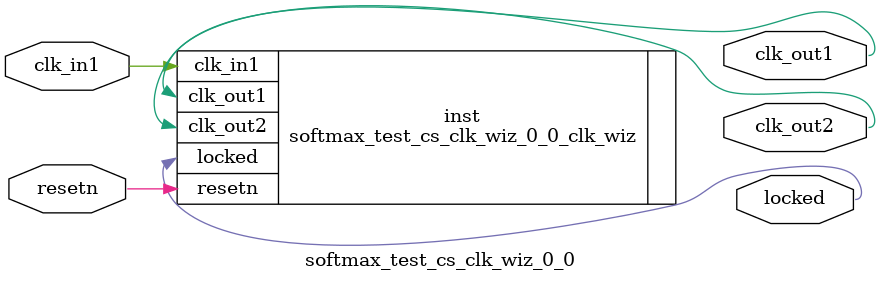
<source format=v>


`timescale 1ps/1ps

(* CORE_GENERATION_INFO = "softmax_test_cs_clk_wiz_0_0,clk_wiz_v5_3_3_0,{component_name=softmax_test_cs_clk_wiz_0_0,use_phase_alignment=true,use_min_o_jitter=false,use_max_i_jitter=false,use_dyn_phase_shift=false,use_inclk_switchover=false,use_dyn_reconfig=false,enable_axi=0,feedback_source=FDBK_AUTO,PRIMITIVE=MMCM,num_out_clk=2,clkin1_period=10.0,clkin2_period=10.0,use_power_down=false,use_reset=true,use_locked=true,use_inclk_stopped=false,feedback_type=SINGLE,CLOCK_MGR_TYPE=NA,manual_override=false}" *)

module softmax_test_cs_clk_wiz_0_0 
 (
  // Clock out ports
  output        clk_out1,
  output        clk_out2,
  // Status and control signals
  input         resetn,
  output        locked,
 // Clock in ports
  input         clk_in1
 );

  softmax_test_cs_clk_wiz_0_0_clk_wiz inst
  (
  // Clock out ports  
  .clk_out1(clk_out1),
  .clk_out2(clk_out2),
  // Status and control signals               
  .resetn(resetn), 
  .locked(locked),
 // Clock in ports
  .clk_in1(clk_in1)
  );

endmodule

</source>
